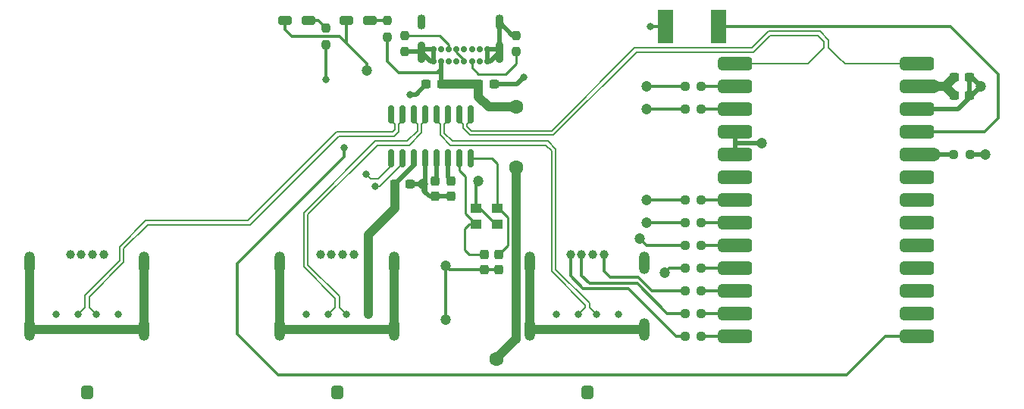
<source format=gbr>
%TF.GenerationSoftware,KiCad,Pcbnew,7.0.2-0*%
%TF.CreationDate,2023-08-10T19:07:58-07:00*%
%TF.ProjectId,led-usb-hub,6c65642d-7573-4622-9d68-75622e6b6963,rev?*%
%TF.SameCoordinates,Original*%
%TF.FileFunction,Copper,L1,Top*%
%TF.FilePolarity,Positive*%
%FSLAX46Y46*%
G04 Gerber Fmt 4.6, Leading zero omitted, Abs format (unit mm)*
G04 Created by KiCad (PCBNEW 7.0.2-0) date 2023-08-10 19:07:58*
%MOMM*%
%LPD*%
G01*
G04 APERTURE LIST*
G04 Aperture macros list*
%AMRoundRect*
0 Rectangle with rounded corners*
0 $1 Rounding radius*
0 $2 $3 $4 $5 $6 $7 $8 $9 X,Y pos of 4 corners*
0 Add a 4 corners polygon primitive as box body*
4,1,4,$2,$3,$4,$5,$6,$7,$8,$9,$2,$3,0*
0 Add four circle primitives for the rounded corners*
1,1,$1+$1,$2,$3*
1,1,$1+$1,$4,$5*
1,1,$1+$1,$6,$7*
1,1,$1+$1,$8,$9*
0 Add four rect primitives between the rounded corners*
20,1,$1+$1,$2,$3,$4,$5,0*
20,1,$1+$1,$4,$5,$6,$7,0*
20,1,$1+$1,$6,$7,$8,$9,0*
20,1,$1+$1,$8,$9,$2,$3,0*%
G04 Aperture macros list end*
%TA.AperFunction,SMDPad,CuDef*%
%ADD10R,1.300000X1.100000*%
%TD*%
%TA.AperFunction,SMDPad,CuDef*%
%ADD11RoundRect,0.237500X-0.300000X-0.237500X0.300000X-0.237500X0.300000X0.237500X-0.300000X0.237500X0*%
%TD*%
%TA.AperFunction,SMDPad,CuDef*%
%ADD12RoundRect,0.237500X-0.237500X0.300000X-0.237500X-0.300000X0.237500X-0.300000X0.237500X0.300000X0*%
%TD*%
%TA.AperFunction,SMDPad,CuDef*%
%ADD13RoundRect,0.381000X-1.524000X0.381000X-1.524000X-0.381000X1.524000X-0.381000X1.524000X0.381000X0*%
%TD*%
%TA.AperFunction,SMDPad,CuDef*%
%ADD14RoundRect,0.250000X-0.500000X-0.250000X0.500000X-0.250000X0.500000X0.250000X-0.500000X0.250000X0*%
%TD*%
%TA.AperFunction,SMDPad,CuDef*%
%ADD15R,1.701800X3.708400*%
%TD*%
%TA.AperFunction,SMDPad,CuDef*%
%ADD16RoundRect,0.237500X0.237500X-0.250000X0.237500X0.250000X-0.237500X0.250000X-0.237500X-0.250000X0*%
%TD*%
%TA.AperFunction,SMDPad,CuDef*%
%ADD17RoundRect,0.237500X-0.250000X-0.237500X0.250000X-0.237500X0.250000X0.237500X-0.250000X0.237500X0*%
%TD*%
%TA.AperFunction,SMDPad,CuDef*%
%ADD18RoundRect,0.150000X-0.150000X0.825000X-0.150000X-0.825000X0.150000X-0.825000X0.150000X0.825000X0*%
%TD*%
%TA.AperFunction,ComponentPad*%
%ADD19C,0.820000*%
%TD*%
%TA.AperFunction,ComponentPad*%
%ADD20O,1.200000X2.520000*%
%TD*%
%TA.AperFunction,ComponentPad*%
%ADD21RoundRect,0.400000X-0.300000X-0.350000X0.300000X-0.350000X0.300000X0.350000X-0.300000X0.350000X0*%
%TD*%
%TA.AperFunction,ComponentPad*%
%ADD22C,1.000000*%
%TD*%
%TA.AperFunction,SMDPad,CuDef*%
%ADD23RoundRect,0.237500X0.300000X0.237500X-0.300000X0.237500X-0.300000X-0.237500X0.300000X-0.237500X0*%
%TD*%
%TA.AperFunction,SMDPad,CuDef*%
%ADD24RoundRect,0.237500X-0.237500X0.250000X-0.237500X-0.250000X0.237500X-0.250000X0.237500X0.250000X0*%
%TD*%
%TA.AperFunction,ComponentPad*%
%ADD25C,0.700000*%
%TD*%
%TA.AperFunction,ComponentPad*%
%ADD26O,0.900000X2.400000*%
%TD*%
%TA.AperFunction,ComponentPad*%
%ADD27O,0.900000X1.700000*%
%TD*%
%TA.AperFunction,ViaPad*%
%ADD28C,0.800000*%
%TD*%
%TA.AperFunction,ViaPad*%
%ADD29C,1.200000*%
%TD*%
%TA.AperFunction,ViaPad*%
%ADD30C,1.600000*%
%TD*%
%TA.AperFunction,Conductor*%
%ADD31C,0.500000*%
%TD*%
%TA.AperFunction,Conductor*%
%ADD32C,1.000000*%
%TD*%
%TA.AperFunction,Conductor*%
%ADD33C,0.375000*%
%TD*%
%TA.AperFunction,Conductor*%
%ADD34C,0.250000*%
%TD*%
%TA.AperFunction,Conductor*%
%ADD35C,0.200000*%
%TD*%
G04 APERTURE END LIST*
D10*
%TO.P,Y1,1,1*%
%TO.N,/X-*%
X102884000Y-80391000D03*
%TO.P,Y1,2,GND*%
%TO.N,Earth*%
X100584000Y-80391000D03*
%TO.P,Y1,3,3*%
%TO.N,/X+*%
X100584000Y-82191000D03*
%TO.P,Y1,4,GND*%
%TO.N,Earth*%
X102884000Y-82191000D03*
%TD*%
D11*
%TO.P,C5,1*%
%TO.N,+5V*%
X153977000Y-65786000D03*
%TO.P,C5,2*%
%TO.N,Earth*%
X155702000Y-65786000D03*
%TD*%
%TO.P,C7,1*%
%TO.N,+5V*%
X91493000Y-77724000D03*
%TO.P,C7,2*%
%TO.N,Earth*%
X93218000Y-77724000D03*
%TD*%
D12*
%TO.P,C1,1*%
%TO.N,Net-(U1-1.8V)*%
X97790000Y-77369500D03*
%TO.P,C1,2*%
%TO.N,Earth*%
X97790000Y-79094500D03*
%TD*%
D13*
%TO.P,U2,1,D+*%
%TO.N,U4+*%
X129500000Y-64270000D03*
%TO.P,U2,2,D0*%
%TO.N,L1_B*%
X129500000Y-66810000D03*
%TO.P,U2,3,D1*%
%TO.N,L1_G*%
X129500000Y-69350000D03*
%TO.P,U2,4,GND*%
%TO.N,Earth*%
X129500000Y-71890000D03*
%TO.P,U2,5,GND*%
X129500000Y-74430000D03*
%TO.P,U2,6,D2*%
%TO.N,unconnected-(U2-D2-Pad6)*%
X129500000Y-76970000D03*
%TO.P,U2,7,D3*%
%TO.N,L1_R*%
X129500000Y-79510000D03*
%TO.P,U2,8,D4*%
%TO.N,L2_B*%
X129500000Y-82050000D03*
%TO.P,U2,9,D5*%
%TO.N,L2_G*%
X129500000Y-84590000D03*
%TO.P,U2,10,D6*%
%TO.N,L2_R*%
X129500000Y-87130000D03*
%TO.P,U2,11,D7*%
%TO.N,L3_R*%
X129500000Y-89670000D03*
%TO.P,U2,12,D8*%
%TO.N,L3_G*%
X129500000Y-92210000D03*
%TO.P,U2,13,D9*%
%TO.N,L3_B*%
X129500000Y-94750000D03*
%TO.P,U2,14,D10*%
%TO.N,LINK*%
X149820000Y-94750000D03*
%TO.P,U2,15,MOSI*%
%TO.N,unconnected-(U2-MOSI-Pad15)*%
X149820000Y-92210000D03*
%TO.P,U2,16,MISO*%
%TO.N,unconnected-(U2-MISO-Pad16)*%
X149820000Y-89670000D03*
%TO.P,U2,17,SCK*%
%TO.N,unconnected-(U2-SCK-Pad17)*%
X149820000Y-87130000D03*
%TO.P,U2,18,A0*%
%TO.N,unconnected-(U2-A0-Pad18)*%
X149820000Y-84590000D03*
%TO.P,U2,19,A1*%
%TO.N,unconnected-(U2-A1-Pad19)*%
X149820000Y-82050000D03*
%TO.P,U2,20,A2*%
%TO.N,unconnected-(U2-A2-Pad20)*%
X149820000Y-79510000D03*
%TO.P,U2,21,A3*%
%TO.N,unconnected-(U2-A3-Pad21)*%
X149820000Y-76970000D03*
%TO.P,U2,22,3.3V*%
%TO.N,+3V3*%
X149820000Y-74430000D03*
%TO.P,U2,23,RST*%
%TO.N,Net-(U2-RST)*%
X149820000Y-71890000D03*
%TO.P,U2,24,GND*%
%TO.N,Earth*%
X149820000Y-69350000D03*
%TO.P,U2,25,RAW*%
%TO.N,+5V*%
X149820000Y-66810000D03*
%TO.P,U2,26,D-*%
%TO.N,U4-*%
X149820000Y-64270000D03*
%TD*%
D14*
%TO.P,D1,1,K*%
%TO.N,Earth*%
X86076000Y-59436000D03*
%TO.P,D1,2,A*%
%TO.N,Net-(D1-A)*%
X88676000Y-59436000D03*
%TD*%
D15*
%TO.P,SW1,1,1*%
%TO.N,Earth*%
X121735002Y-60071000D03*
%TO.P,SW1,2,2*%
%TO.N,Net-(U2-RST)*%
X127635000Y-60071000D03*
%TD*%
D16*
%TO.P,R1,1*%
%TO.N,Earth*%
X92583000Y-62912000D03*
%TO.P,R1,2*%
%TO.N,Net-(J1-CC2)*%
X92583000Y-61087000D03*
%TD*%
D17*
%TO.P,R8,1*%
%TO.N,Net-(J3-R)*%
X123905000Y-87122000D03*
%TO.P,R8,2*%
%TO.N,L2_R*%
X125730000Y-87122000D03*
%TD*%
D18*
%TO.P,U1,1,DM4*%
%TO.N,U4-*%
X99949000Y-69915000D03*
%TO.P,U1,2,DP4*%
%TO.N,U4+*%
X98679000Y-69915000D03*
%TO.P,U1,3,DM3*%
%TO.N,U3-*%
X97409000Y-69915000D03*
%TO.P,U1,4,DP3*%
%TO.N,U3+*%
X96139000Y-69915000D03*
%TO.P,U1,5,DM2*%
%TO.N,U2-*%
X94869000Y-69915000D03*
%TO.P,U1,6,DP2*%
%TO.N,U2+*%
X93599000Y-69915000D03*
%TO.P,U1,7,DM1*%
%TO.N,U1-*%
X92329000Y-69915000D03*
%TO.P,U1,8,DP1*%
%TO.N,U1+*%
X91059000Y-69915000D03*
%TO.P,U1,9,UDM*%
%TO.N,UD-*%
X91059000Y-74865000D03*
%TO.P,U1,10,UDP*%
%TO.N,UD+*%
X92329000Y-74865000D03*
%TO.P,U1,11,5V*%
%TO.N,+5V*%
X93599000Y-74865000D03*
%TO.P,U1,12,GND*%
%TO.N,Earth*%
X94869000Y-74865000D03*
%TO.P,U1,13,3.3V*%
%TO.N,Net-(U1-3.3V)*%
X96139000Y-74865000D03*
%TO.P,U1,14,1.8V*%
%TO.N,Net-(U1-1.8V)*%
X97409000Y-74865000D03*
%TO.P,U1,15,XOUT*%
%TO.N,/X+*%
X98679000Y-74865000D03*
%TO.P,U1,16,XIN*%
%TO.N,/X-*%
X99949000Y-74865000D03*
%TD*%
D16*
%TO.P,R14,1*%
%TO.N,LINK*%
X83820000Y-62126500D03*
%TO.P,R14,2*%
%TO.N,Net-(D2-A)*%
X83820000Y-60301500D03*
%TD*%
D17*
%TO.P,R3,1*%
%TO.N,Net-(J2-B)*%
X123905000Y-66802000D03*
%TO.P,R3,2*%
%TO.N,L1_B*%
X125730000Y-66802000D03*
%TD*%
D19*
%TO.P,J2,1,VBUS*%
%TO.N,+5V*%
X60600000Y-92260000D03*
%TO.P,J2,2,D-*%
%TO.N,U1-*%
X58100000Y-92260000D03*
%TO.P,J2,3,D+*%
%TO.N,U1+*%
X56100000Y-92260000D03*
D20*
%TO.P,J2,4,GND*%
%TO.N,Earth*%
X50700000Y-86480000D03*
X50700000Y-93980000D03*
D19*
X53600000Y-92260000D03*
D21*
X57100000Y-101020000D03*
D20*
X63500000Y-86480000D03*
X63500000Y-93980000D03*
D22*
%TO.P,J2,5,R*%
%TO.N,Net-(J2-R)*%
X58975000Y-85600000D03*
%TO.P,J2,6,LV*%
%TO.N,+3V3*%
X57725000Y-85600000D03*
%TO.P,J2,7,G*%
%TO.N,Net-(J2-G)*%
X56475000Y-85600000D03*
%TO.P,J2,8,B*%
%TO.N,Net-(J2-B)*%
X55225000Y-85600000D03*
%TD*%
D17*
%TO.P,R12,1*%
%TO.N,+3V3*%
X153924000Y-74422000D03*
%TO.P,R12,2*%
%TO.N,Earth*%
X155749000Y-74422000D03*
%TD*%
%TO.P,R11,1*%
%TO.N,Net-(J4-B)*%
X123905000Y-94742000D03*
%TO.P,R11,2*%
%TO.N,L3_B*%
X125730000Y-94742000D03*
%TD*%
D11*
%TO.P,C6,1*%
%TO.N,+5V*%
X153977000Y-67818000D03*
%TO.P,C6,2*%
%TO.N,Earth*%
X155702000Y-67818000D03*
%TD*%
D14*
%TO.P,D2,1,K*%
%TO.N,Earth*%
X79248000Y-59436000D03*
%TO.P,D2,2,A*%
%TO.N,Net-(D2-A)*%
X81848000Y-59436000D03*
%TD*%
D19*
%TO.P,J4,1,VBUS*%
%TO.N,+5V*%
X116480000Y-92260000D03*
%TO.P,J4,2,D-*%
%TO.N,U3-*%
X113980000Y-92260000D03*
%TO.P,J4,3,D+*%
%TO.N,U3+*%
X111980000Y-92260000D03*
D20*
%TO.P,J4,4,GND*%
%TO.N,Earth*%
X106580000Y-86480000D03*
X106580000Y-93980000D03*
D19*
X109480000Y-92260000D03*
D21*
X112980000Y-101020000D03*
D20*
X119380000Y-86480000D03*
X119380000Y-93980000D03*
D22*
%TO.P,J4,5,R*%
%TO.N,Net-(J4-R)*%
X114855000Y-85600000D03*
%TO.P,J4,6,LV*%
%TO.N,+3V3*%
X113605000Y-85600000D03*
%TO.P,J4,7,G*%
%TO.N,Net-(J4-G)*%
X112355000Y-85600000D03*
%TO.P,J4,8,B*%
%TO.N,Net-(J4-B)*%
X111105000Y-85600000D03*
%TD*%
D12*
%TO.P,C9,1*%
%TO.N,/X-*%
X103124000Y-85598000D03*
%TO.P,C9,2*%
%TO.N,Earth*%
X103124000Y-87323000D03*
%TD*%
D11*
%TO.P,C4,1*%
%TO.N,+5V*%
X100838000Y-66548000D03*
%TO.P,C4,2*%
%TO.N,Earth*%
X102563000Y-66548000D03*
%TD*%
D23*
%TO.P,C3,1*%
%TO.N,+5V*%
X96721000Y-66548000D03*
%TO.P,C3,2*%
%TO.N,Earth*%
X94996000Y-66548000D03*
%TD*%
D24*
%TO.P,R2,1*%
%TO.N,Earth*%
X105029000Y-61087000D03*
%TO.P,R2,2*%
%TO.N,Net-(J1-CC1)*%
X105029000Y-62912000D03*
%TD*%
D12*
%TO.P,C8,1*%
%TO.N,/X+*%
X101473000Y-85598000D03*
%TO.P,C8,2*%
%TO.N,Earth*%
X101473000Y-87323000D03*
%TD*%
D17*
%TO.P,R10,1*%
%TO.N,Net-(J4-G)*%
X123905000Y-92202000D03*
%TO.P,R10,2*%
%TO.N,L3_G*%
X125730000Y-92202000D03*
%TD*%
D25*
%TO.P,J1,A1,GND*%
%TO.N,Earth*%
X101781000Y-63994400D03*
%TO.P,J1,A4,VBUS*%
%TO.N,+5V*%
X100931000Y-63994400D03*
%TO.P,J1,A5,CC1*%
%TO.N,Net-(J1-CC1)*%
X100081000Y-63994400D03*
%TO.P,J1,A6,D+*%
%TO.N,UD+*%
X99231000Y-63994400D03*
%TO.P,J1,A7,D-*%
%TO.N,UD-*%
X98381000Y-63994400D03*
%TO.P,J1,A8,SBU1*%
%TO.N,unconnected-(J1-SBU1-PadA8)*%
X97531000Y-63994400D03*
%TO.P,J1,A9,VBUS*%
%TO.N,+5V*%
X96681000Y-63994400D03*
%TO.P,J1,A12,GND*%
%TO.N,Earth*%
X95831000Y-63994400D03*
%TO.P,J1,B1,GND*%
X95831000Y-62644400D03*
%TO.P,J1,B4,VBUS*%
%TO.N,+5V*%
X96681000Y-62644400D03*
%TO.P,J1,B5,CC2*%
%TO.N,Net-(J1-CC2)*%
X97531000Y-62644400D03*
%TO.P,J1,B6,D+*%
%TO.N,UD+*%
X98381000Y-62644400D03*
%TO.P,J1,B7,D-*%
%TO.N,UD-*%
X99231000Y-62644400D03*
%TO.P,J1,B8,SBU2*%
%TO.N,unconnected-(J1-SBU2-PadB8)*%
X100081000Y-62644400D03*
%TO.P,J1,B9,VBUS*%
%TO.N,+5V*%
X100931000Y-62644400D03*
%TO.P,J1,B12,GND*%
%TO.N,Earth*%
X101781000Y-62644400D03*
D26*
%TO.P,J1,S1,SHIELD*%
X103131000Y-63014400D03*
D27*
X103131000Y-59634400D03*
D26*
X94481000Y-63014400D03*
D27*
X94481000Y-59634400D03*
%TD*%
D17*
%TO.P,R7,1*%
%TO.N,Net-(J3-G)*%
X123905000Y-84582000D03*
%TO.P,R7,2*%
%TO.N,L2_G*%
X125730000Y-84582000D03*
%TD*%
%TO.P,R9,1*%
%TO.N,Net-(J4-R)*%
X123905000Y-89662000D03*
%TO.P,R9,2*%
%TO.N,L3_R*%
X125730000Y-89662000D03*
%TD*%
%TO.P,R6,1*%
%TO.N,Net-(J3-B)*%
X123905000Y-82042000D03*
%TO.P,R6,2*%
%TO.N,L2_B*%
X125730000Y-82042000D03*
%TD*%
D12*
%TO.P,C2,1*%
%TO.N,Net-(U1-3.3V)*%
X96012000Y-77369500D03*
%TO.P,C2,2*%
%TO.N,Earth*%
X96012000Y-79094500D03*
%TD*%
D17*
%TO.P,R4,1*%
%TO.N,Net-(J2-G)*%
X123905000Y-69342000D03*
%TO.P,R4,2*%
%TO.N,L1_G*%
X125730000Y-69342000D03*
%TD*%
D19*
%TO.P,J3,1,VBUS*%
%TO.N,+5V*%
X88540000Y-92260000D03*
%TO.P,J3,2,D-*%
%TO.N,U2-*%
X86040000Y-92260000D03*
%TO.P,J3,3,D+*%
%TO.N,U2+*%
X84040000Y-92260000D03*
D20*
%TO.P,J3,4,GND*%
%TO.N,Earth*%
X78640000Y-86480000D03*
X78640000Y-93980000D03*
D19*
X81540000Y-92260000D03*
D21*
X85040000Y-101020000D03*
D20*
X91440000Y-86480000D03*
X91440000Y-93980000D03*
D22*
%TO.P,J3,5,R*%
%TO.N,Net-(J3-R)*%
X86915000Y-85600000D03*
%TO.P,J3,6,LV*%
%TO.N,+3V3*%
X85665000Y-85600000D03*
%TO.P,J3,7,G*%
%TO.N,Net-(J3-G)*%
X84415000Y-85600000D03*
%TO.P,J3,8,B*%
%TO.N,Net-(J3-B)*%
X83165000Y-85600000D03*
%TD*%
D16*
%TO.P,R13,1*%
%TO.N,+5V*%
X90678000Y-61261000D03*
%TO.P,R13,2*%
%TO.N,Net-(D1-A)*%
X90678000Y-59436000D03*
%TD*%
D17*
%TO.P,R5,1*%
%TO.N,Net-(J2-R)*%
X123905000Y-79502000D03*
%TO.P,R5,2*%
%TO.N,L1_R*%
X125730000Y-79502000D03*
%TD*%
D28*
%TO.N,Earth*%
X120015000Y-60071000D03*
D29*
X94640400Y-77724000D03*
D28*
X93218000Y-67691000D03*
D29*
X100838000Y-77343000D03*
X156972000Y-66802000D03*
X97155000Y-86868000D03*
X157480000Y-74422000D03*
X132461000Y-73152000D03*
X97155000Y-92837000D03*
D28*
X105918000Y-65786000D03*
D29*
X88392000Y-65024000D03*
D30*
%TO.N,+5V*%
X151638000Y-66802000D03*
X102870000Y-97282000D03*
X105029000Y-75819000D03*
X105029000Y-69088000D03*
D28*
%TO.N,UD+*%
X89281000Y-77978000D03*
%TO.N,UD-*%
X88265000Y-76581000D03*
D29*
%TO.N,Net-(J2-R)*%
X119634000Y-79502000D03*
D30*
%TO.N,+3V3*%
X151638000Y-74422000D03*
D29*
%TO.N,Net-(J2-G)*%
X119634000Y-69342000D03*
%TO.N,Net-(J2-B)*%
X119634000Y-66802000D03*
%TO.N,Net-(J3-R)*%
X121666000Y-87630000D03*
%TO.N,Net-(J3-G)*%
X118872000Y-83820000D03*
%TO.N,Net-(J3-B)*%
X119634000Y-82042000D03*
D28*
%TO.N,LINK*%
X85852000Y-73660000D03*
X83820000Y-66040000D03*
%TD*%
D31*
%TO.N,Net-(U1-1.8V)*%
X97409000Y-74865000D02*
X97409000Y-76988500D01*
X97409000Y-76988500D02*
X97790000Y-77369500D01*
%TO.N,Earth*%
X101781000Y-63994400D02*
X102151000Y-63994400D01*
X94742000Y-78486000D02*
X94742000Y-77978000D01*
X94869000Y-76962000D02*
X94869000Y-78613000D01*
D32*
X119380000Y-93980000D02*
X106580000Y-93980000D01*
D31*
X94996000Y-78740000D02*
X94742000Y-78486000D01*
X92583000Y-62912000D02*
X94378600Y-62912000D01*
D33*
X79248000Y-59436000D02*
X79248000Y-60452000D01*
D31*
X155702000Y-65786000D02*
X155702000Y-67818000D01*
X94869000Y-76962000D02*
X94869000Y-77343000D01*
D32*
X63500000Y-93980000D02*
X50700000Y-93980000D01*
D33*
X86076000Y-61946000D02*
X86076000Y-59436000D01*
X103124000Y-87323000D02*
X97610000Y-87323000D01*
D31*
X95831000Y-62644400D02*
X94851000Y-62644400D01*
X101781000Y-62644400D02*
X101781000Y-63994400D01*
X95831000Y-63994400D02*
X95461000Y-63994400D01*
D33*
X97610000Y-87323000D02*
X97155000Y-86868000D01*
D32*
X78640000Y-93980000D02*
X91440000Y-93980000D01*
D31*
X105029000Y-61087000D02*
X104583600Y-61087000D01*
X94869000Y-74865000D02*
X94869000Y-76962000D01*
X101781000Y-62644400D02*
X102761000Y-62644400D01*
X104583600Y-61087000D02*
X103131000Y-59634400D01*
X94851000Y-62644400D02*
X94481000Y-63014400D01*
D33*
X101473000Y-87323000D02*
X103124000Y-87323000D01*
D31*
X94996000Y-66548000D02*
X93853000Y-67691000D01*
D33*
X88392000Y-65024000D02*
X88392000Y-64262000D01*
D31*
X149820000Y-69350000D02*
X154424000Y-69350000D01*
X93218000Y-77724000D02*
X94640400Y-77724000D01*
X93853000Y-67691000D02*
X93218000Y-67691000D01*
X157480000Y-74422000D02*
X155749000Y-74422000D01*
D33*
X121735002Y-60071000D02*
X120015000Y-60071000D01*
D31*
X97790000Y-79094500D02*
X96012000Y-79094500D01*
X94869000Y-78613000D02*
X94996000Y-78740000D01*
D32*
X50700000Y-93980000D02*
X50700000Y-86480000D01*
D31*
X94869000Y-77343000D02*
X94488000Y-77724000D01*
D33*
X85344000Y-61214000D02*
X86614000Y-62484000D01*
X100584000Y-77597000D02*
X100838000Y-77343000D01*
D31*
X94378600Y-62912000D02*
X94481000Y-63014400D01*
D33*
X100965000Y-80391000D02*
X100584000Y-80391000D01*
D31*
X129500000Y-73152000D02*
X129500000Y-74430000D01*
X94742000Y-77978000D02*
X94488000Y-77724000D01*
X155702000Y-65786000D02*
X155956000Y-65786000D01*
X95831000Y-63994400D02*
X95831000Y-62644400D01*
X95461000Y-63994400D02*
X94481000Y-63014400D01*
X155956000Y-65786000D02*
X156972000Y-66802000D01*
X102563000Y-66548000D02*
X105156000Y-66548000D01*
X103131000Y-63014400D02*
X103131000Y-59634400D01*
X105156000Y-66548000D02*
X105918000Y-65786000D01*
D33*
X97155000Y-86868000D02*
X97155000Y-92837000D01*
X100584000Y-80391000D02*
X100584000Y-77597000D01*
X79248000Y-60452000D02*
X80010000Y-61214000D01*
D31*
X129500000Y-73152000D02*
X132461000Y-73152000D01*
D32*
X106580000Y-93980000D02*
X106580000Y-86480000D01*
D31*
X95350500Y-79094500D02*
X94996000Y-78740000D01*
X129500000Y-71890000D02*
X129500000Y-73152000D01*
X102761000Y-62644400D02*
X103131000Y-63014400D01*
D33*
X88392000Y-64262000D02*
X86614000Y-62484000D01*
X80010000Y-61214000D02*
X85344000Y-61214000D01*
X86614000Y-62484000D02*
X86076000Y-61946000D01*
D32*
X78640000Y-93980000D02*
X78640000Y-86480000D01*
D31*
X155702000Y-67818000D02*
X155956000Y-67818000D01*
X96012000Y-79094500D02*
X95350500Y-79094500D01*
X155956000Y-67818000D02*
X156972000Y-66802000D01*
X154424000Y-69350000D02*
X156972000Y-66802000D01*
D32*
X91440000Y-86480000D02*
X91440000Y-93980000D01*
D31*
X102151000Y-63994400D02*
X103131000Y-63014400D01*
D33*
X102884000Y-82191000D02*
X102765000Y-82191000D01*
D32*
X63500000Y-93980000D02*
X63500000Y-86480000D01*
D33*
X102765000Y-82191000D02*
X100965000Y-80391000D01*
D31*
%TO.N,Net-(U1-3.3V)*%
X96139000Y-74865000D02*
X96139000Y-77242500D01*
X96139000Y-77242500D02*
X96012000Y-77369500D01*
%TO.N,+5V*%
X96681000Y-65278000D02*
X96681000Y-66508000D01*
X96681000Y-63994400D02*
X96681000Y-64770000D01*
X93599000Y-74865000D02*
X93599000Y-75579228D01*
D32*
X104915000Y-95110000D02*
X102870000Y-97155000D01*
X151638000Y-66802000D02*
X152961000Y-66802000D01*
X91493000Y-77724000D02*
X91493000Y-80465000D01*
D33*
X96173000Y-65278000D02*
X96681000Y-64770000D01*
D31*
X93599000Y-75579228D02*
X91454228Y-77724000D01*
X96681000Y-64770000D02*
X96681000Y-65278000D01*
D33*
X90678000Y-61261000D02*
X90678000Y-64008000D01*
X91948000Y-65278000D02*
X96173000Y-65278000D01*
D32*
X100838000Y-67945000D02*
X100838000Y-66548000D01*
X152961000Y-66802000D02*
X153977000Y-65786000D01*
X105029000Y-75832000D02*
X105029000Y-95110000D01*
D31*
X96681000Y-66508000D02*
X96721000Y-66548000D01*
D32*
X100838000Y-66548000D02*
X96721000Y-66548000D01*
D33*
X96173000Y-65278000D02*
X96681000Y-65278000D01*
D32*
X101981000Y-69088000D02*
X100838000Y-67945000D01*
X152961000Y-66802000D02*
X153977000Y-67818000D01*
X91493000Y-80465000D02*
X89916000Y-82042000D01*
D33*
X90678000Y-64008000D02*
X91948000Y-65278000D01*
D32*
X89916000Y-82042000D02*
X88540000Y-83418000D01*
X104902000Y-69088000D02*
X101981000Y-69088000D01*
X88540000Y-83418000D02*
X88540000Y-92260000D01*
D34*
%TO.N,Net-(J1-CC1)*%
X103886000Y-65405000D02*
X100838000Y-65405000D01*
X100081000Y-64648000D02*
X100081000Y-63994400D01*
X105029000Y-64262000D02*
X103886000Y-65405000D01*
X105029000Y-62912000D02*
X105029000Y-64262000D01*
X100838000Y-65405000D02*
X100081000Y-64648000D01*
%TO.N,UD+*%
X98381000Y-62948000D02*
X99231000Y-63798000D01*
D35*
X99231000Y-63994400D02*
X99231000Y-63798000D01*
X89281000Y-77978000D02*
X89789000Y-77978000D01*
X92329000Y-74865000D02*
X92329000Y-75438000D01*
D34*
X98381000Y-62644400D02*
X98381000Y-62948000D01*
D35*
X92329000Y-75438000D02*
X89789000Y-77978000D01*
%TO.N,UD-*%
X88801999Y-77117999D02*
X88265000Y-76581000D01*
X89633001Y-77117999D02*
X88801999Y-77117999D01*
X91059000Y-75692000D02*
X89633001Y-77117999D01*
X91059000Y-74865000D02*
X91059000Y-75692000D01*
D34*
%TO.N,Net-(J1-CC2)*%
X97531000Y-62149426D02*
X96468574Y-61087000D01*
X96468574Y-61087000D02*
X92583000Y-61087000D01*
X97531000Y-62644400D02*
X97531000Y-62149426D01*
D35*
%TO.N,U1-*%
X57325001Y-91485001D02*
X57325001Y-90313199D01*
X75277200Y-82267000D02*
X85183200Y-72361000D01*
X57325001Y-90313199D02*
X61185000Y-86453200D01*
X63847200Y-82267000D02*
X75277200Y-82267000D01*
X58100000Y-92260000D02*
X57325001Y-91485001D01*
X91919000Y-71000000D02*
X92329000Y-70590000D01*
X61185000Y-86453200D02*
X61185000Y-84929200D01*
X61185000Y-84929200D02*
X63847200Y-82267000D01*
X92329000Y-70590000D02*
X92329000Y-69915000D01*
X91919000Y-71830092D02*
X91919000Y-71000000D01*
X85183200Y-72361000D02*
X91388092Y-72361000D01*
X91388092Y-72361000D02*
X91919000Y-71830092D01*
%TO.N,U1+*%
X56874999Y-91485001D02*
X56874999Y-90126801D01*
X91469000Y-71643692D02*
X91469000Y-71000000D01*
X56874999Y-90126801D02*
X60735000Y-86266800D01*
X91201692Y-71911000D02*
X91469000Y-71643692D01*
X75090800Y-81817000D02*
X84996800Y-71911000D01*
X63660800Y-81817000D02*
X75090800Y-81817000D01*
X56100000Y-92260000D02*
X56874999Y-91485001D01*
X60735000Y-84742800D02*
X63660800Y-81817000D01*
X91059000Y-70590000D02*
X91059000Y-69915000D01*
X84996800Y-71911000D02*
X91201692Y-71911000D01*
X91469000Y-71000000D02*
X91059000Y-70590000D01*
X60735000Y-86266800D02*
X60735000Y-84742800D01*
D33*
%TO.N,Net-(J2-R)*%
X123905000Y-79502000D02*
X119634000Y-79502000D01*
D31*
%TO.N,+3V3*%
X151638000Y-74422000D02*
X153924000Y-74422000D01*
D33*
%TO.N,Net-(J2-G)*%
X123905000Y-69342000D02*
X119634000Y-69342000D01*
%TO.N,Net-(J2-B)*%
X123905000Y-66802000D02*
X119634000Y-66802000D01*
D35*
%TO.N,U2-*%
X94459000Y-71975200D02*
X94459000Y-71000000D01*
X93057200Y-73377000D02*
X94459000Y-71975200D01*
X89501200Y-73377000D02*
X93057200Y-73377000D01*
X81759000Y-86774800D02*
X81759000Y-81119200D01*
X94869000Y-70590000D02*
X94869000Y-69915000D01*
X94459000Y-71000000D02*
X94869000Y-70590000D01*
X85265001Y-91485001D02*
X85265001Y-90280801D01*
X85265001Y-90280801D02*
X81759000Y-86774800D01*
X86040000Y-92260000D02*
X85265001Y-91485001D01*
X81759000Y-81119200D02*
X89501200Y-73377000D01*
%TO.N,U2+*%
X94009000Y-71788800D02*
X94009000Y-71000000D01*
X94009000Y-71000000D02*
X93599000Y-70590000D01*
X81309000Y-86961200D02*
X81309000Y-80932800D01*
X84040000Y-92260000D02*
X84814999Y-91485001D01*
X92870800Y-72927000D02*
X94009000Y-71788800D01*
X93599000Y-70590000D02*
X93599000Y-69915000D01*
X84814999Y-90467199D02*
X81309000Y-86961200D01*
X89314800Y-72927000D02*
X92870800Y-72927000D01*
X81309000Y-80932800D02*
X89314800Y-72927000D01*
X84814999Y-91485001D02*
X84814999Y-90467199D01*
D33*
%TO.N,Net-(J3-R)*%
X122174000Y-87122000D02*
X121666000Y-87630000D01*
X123905000Y-87122000D02*
X122174000Y-87122000D01*
%TO.N,Net-(J3-G)*%
X123905000Y-84582000D02*
X119634000Y-84582000D01*
X119634000Y-84582000D02*
X118872000Y-83820000D01*
%TO.N,Net-(J3-B)*%
X123905000Y-82042000D02*
X119634000Y-82042000D01*
D35*
%TO.N,U3-*%
X96999000Y-72042800D02*
X97883200Y-72927000D01*
X96999000Y-71000000D02*
X96999000Y-72042800D01*
X97409000Y-69915000D02*
X97409000Y-70590000D01*
X108551200Y-72927000D02*
X109445000Y-73820800D01*
X97409000Y-70590000D02*
X96999000Y-71000000D01*
X97883200Y-72927000D02*
X108551200Y-72927000D01*
X109445000Y-87282800D02*
X113205001Y-91042801D01*
X109445000Y-73820800D02*
X109445000Y-87282800D01*
X113205001Y-91485001D02*
X113980000Y-92260000D01*
X113205001Y-91042801D02*
X113205001Y-91485001D01*
%TO.N,U3+*%
X112754999Y-91229199D02*
X112754999Y-91485001D01*
X112754999Y-91485001D02*
X111980000Y-92260000D01*
X96549000Y-71000000D02*
X96549000Y-72229200D01*
X108364800Y-73377000D02*
X108995000Y-74007200D01*
X96139000Y-69915000D02*
X96139000Y-70590000D01*
X96139000Y-70590000D02*
X96549000Y-71000000D01*
X96549000Y-72229200D02*
X97696800Y-73377000D01*
X108995000Y-74007200D02*
X108995000Y-87469200D01*
X97696800Y-73377000D02*
X108364800Y-73377000D01*
X108995000Y-87469200D02*
X112754999Y-91229199D01*
D33*
%TO.N,Net-(J4-R)*%
X118669172Y-88138000D02*
X115570000Y-88138000D01*
X120193172Y-89662000D02*
X118669172Y-88138000D01*
X114855000Y-87423000D02*
X114855000Y-85600000D01*
X123905000Y-89662000D02*
X120193172Y-89662000D01*
X115570000Y-88138000D02*
X114855000Y-87423000D01*
%TO.N,Net-(J4-G)*%
X121920000Y-92202000D02*
X123905000Y-92202000D01*
X113217000Y-88833000D02*
X118551000Y-88833000D01*
X112355000Y-87971000D02*
X113217000Y-88833000D01*
X118551000Y-88833000D02*
X121920000Y-92202000D01*
X112355000Y-85600000D02*
X112355000Y-87971000D01*
%TO.N,Net-(J4-B)*%
X112522000Y-89408000D02*
X111105000Y-87991000D01*
X111105000Y-87991000D02*
X111105000Y-85600000D01*
X123905000Y-94742000D02*
X122936000Y-94742000D01*
X122936000Y-94742000D02*
X117602000Y-89408000D01*
X117602000Y-89408000D02*
X112522000Y-89408000D01*
%TO.N,L1_B*%
X125738000Y-66810000D02*
X125730000Y-66802000D01*
X129500000Y-66810000D02*
X125738000Y-66810000D01*
%TO.N,L1_G*%
X125730000Y-69342000D02*
X129492000Y-69342000D01*
X129492000Y-69342000D02*
X129500000Y-69350000D01*
%TO.N,L1_R*%
X129492000Y-79502000D02*
X129500000Y-79510000D01*
X125730000Y-79502000D02*
X129492000Y-79502000D01*
%TO.N,L2_B*%
X125730000Y-82042000D02*
X129492000Y-82042000D01*
X129492000Y-82042000D02*
X129500000Y-82050000D01*
%TO.N,L2_G*%
X125738000Y-84590000D02*
X129500000Y-84590000D01*
X125730000Y-84582000D02*
X125738000Y-84590000D01*
%TO.N,L2_R*%
X129492000Y-87122000D02*
X129500000Y-87130000D01*
X125730000Y-87122000D02*
X129492000Y-87122000D01*
%TO.N,L3_B*%
X129492000Y-94742000D02*
X129500000Y-94750000D01*
X125730000Y-94742000D02*
X129492000Y-94742000D01*
%TO.N,L3_G*%
X125730000Y-92202000D02*
X125738000Y-92210000D01*
X125738000Y-92210000D02*
X129500000Y-92210000D01*
%TO.N,L3_R*%
X125738000Y-89670000D02*
X129500000Y-89670000D01*
X125730000Y-89662000D02*
X125738000Y-89670000D01*
D35*
%TO.N,U4-*%
X139950000Y-61618446D02*
X139950000Y-62484000D01*
X99949000Y-69915000D02*
X99949000Y-70590000D01*
X99949000Y-70590000D02*
X99539000Y-71000000D01*
X140966000Y-63500000D02*
X140970000Y-63500000D01*
X109026793Y-71757007D02*
X118270800Y-62513000D01*
X131351800Y-62513000D02*
X133213916Y-60650884D01*
X140970000Y-63500000D02*
X141740000Y-64270000D01*
X118270800Y-62513000D02*
X131351800Y-62513000D01*
X133213916Y-60650884D02*
X138982438Y-60650884D01*
X139950000Y-62484000D02*
X140966000Y-63500000D01*
X138982438Y-60650884D02*
X139950000Y-61618446D01*
X100015207Y-71757007D02*
X109026793Y-71757007D01*
X99539000Y-71280800D02*
X100015207Y-71757007D01*
X141740000Y-64270000D02*
X149820000Y-64270000D01*
X99539000Y-71000000D02*
X99539000Y-71280800D01*
%TO.N,U4+*%
X139450000Y-62484000D02*
X139450000Y-61825554D01*
X139450000Y-61825554D02*
X138725330Y-61100884D01*
X109213193Y-72207007D02*
X99828807Y-72207007D01*
X99089000Y-71000000D02*
X98679000Y-70590000D01*
X138430000Y-63500000D02*
X138434000Y-63500000D01*
X137660000Y-64270000D02*
X138430000Y-63500000D01*
X133400316Y-61100884D02*
X131538200Y-62963000D01*
X99828807Y-72207007D02*
X99089000Y-71467200D01*
X98679000Y-70590000D02*
X98679000Y-69915000D01*
X138434000Y-63500000D02*
X139450000Y-62484000D01*
X118457200Y-62963000D02*
X109213193Y-72207007D01*
X129500000Y-64270000D02*
X137660000Y-64270000D01*
X138725330Y-61100884D02*
X133400316Y-61100884D01*
X131538200Y-62963000D02*
X118457200Y-62963000D01*
X99089000Y-71467200D02*
X99089000Y-71000000D01*
D34*
%TO.N,/X+*%
X98679000Y-74865000D02*
X98679000Y-76200000D01*
X99377500Y-76898500D02*
X99377500Y-80984500D01*
X99949000Y-85598000D02*
X101473000Y-85598000D01*
X99314000Y-82677000D02*
X99800000Y-82191000D01*
X99377500Y-80984500D02*
X100584000Y-82191000D01*
X99822000Y-85598000D02*
X99949000Y-85598000D01*
X98679000Y-76200000D02*
X99377500Y-76898500D01*
X99314000Y-82677000D02*
X99314000Y-85090000D01*
X99800000Y-82191000D02*
X100584000Y-82191000D01*
X99314000Y-85090000D02*
X99822000Y-85598000D01*
%TO.N,/X-*%
X104140000Y-81407000D02*
X104140000Y-84582000D01*
X99949000Y-74865000D02*
X102297000Y-74865000D01*
X103124000Y-80391000D02*
X104140000Y-81407000D01*
X102884000Y-75452000D02*
X102884000Y-80391000D01*
X102884000Y-80391000D02*
X103124000Y-80391000D01*
X104140000Y-84582000D02*
X103124000Y-85598000D01*
X102297000Y-74865000D02*
X102884000Y-75452000D01*
D33*
%TO.N,Net-(D1-A)*%
X90678000Y-59436000D02*
X88676000Y-59436000D01*
%TO.N,Net-(U2-RST)*%
X127635000Y-60071000D02*
X153543000Y-60071000D01*
X158877000Y-70358000D02*
X157345000Y-71890000D01*
X158877000Y-65405000D02*
X158877000Y-70358000D01*
X153543000Y-60071000D02*
X158877000Y-65405000D01*
X157345000Y-71890000D02*
X149820000Y-71890000D01*
%TO.N,Net-(D2-A)*%
X82954500Y-59436000D02*
X83820000Y-60301500D01*
X81848000Y-59436000D02*
X82954500Y-59436000D01*
%TO.N,LINK*%
X141986000Y-99060000D02*
X78486000Y-99060000D01*
X73914000Y-94488000D02*
X73914000Y-86614000D01*
X146296000Y-94750000D02*
X141986000Y-99060000D01*
X73914000Y-86614000D02*
X80518000Y-80010000D01*
X80518000Y-80010000D02*
X85852000Y-74676000D01*
X85852000Y-74676000D02*
X85852000Y-73660000D01*
X78486000Y-99060000D02*
X73914000Y-94488000D01*
X83820000Y-66040000D02*
X83820000Y-62126500D01*
X149820000Y-94750000D02*
X146296000Y-94750000D01*
%TD*%
M02*

</source>
